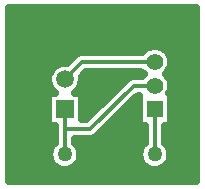
<source format=gtl>
G04 DipTrace 2.4.0.2*
%INTop.gtl*%
%MOIN*%
%ADD13C,0.013*%
%ADD14C,0.025*%
%ADD15R,0.0591X0.0591*%
%ADD16C,0.0591*%
%ADD17C,0.05*%
%ADD18C,0.05*%
%ADD19R,0.0551X0.0551*%
%ADD20C,0.0551*%
%FSLAX44Y44*%
G04*
G70*
G90*
G75*
G01*
%LNTop*%
%LPD*%
X8940Y8017D2*
D13*
X6517D1*
X5940Y7440D1*
Y4940D2*
Y5787D1*
Y6440D1*
Y5787D2*
X6787D1*
X8230Y7230D1*
X8940D1*
Y6443D2*
Y4940D1*
X4090Y9566D2*
D14*
X10292D1*
X4090Y9318D2*
X10292D1*
X4090Y9069D2*
X10292D1*
X4090Y8820D2*
X10292D1*
X4090Y8572D2*
X10292D1*
X4090Y8323D2*
X6366D1*
X9412D2*
X10292D1*
X4090Y8074D2*
X6081D1*
X9502D2*
X10292D1*
X4090Y7825D2*
X5507D1*
X9471D2*
X10292D1*
X4090Y7577D2*
X5370D1*
X6569D2*
X8499D1*
X9381D2*
X10292D1*
X4090Y7328D2*
X5366D1*
X6514D2*
X7835D1*
X9498D2*
X10292D1*
X4090Y7079D2*
X5487D1*
X6393D2*
X7589D1*
X9483D2*
X10292D1*
X4090Y6831D2*
X5354D1*
X6526D2*
X7339D1*
X9506D2*
X10292D1*
X4090Y6582D2*
X5354D1*
X6526D2*
X7089D1*
X8072D2*
X8374D1*
X9506D2*
X10292D1*
X4090Y6333D2*
X5354D1*
X6526D2*
X6843D1*
X7826D2*
X8374D1*
X9506D2*
X10292D1*
X4090Y6085D2*
X5354D1*
X7576D2*
X8374D1*
X9506D2*
X10292D1*
X4090Y5836D2*
X5585D1*
X7326D2*
X8585D1*
X9295D2*
X10292D1*
X4090Y5587D2*
X5585D1*
X7080D2*
X8585D1*
X9295D2*
X10292D1*
X4090Y5339D2*
X5585D1*
X6295D2*
X8585D1*
X9295D2*
X10292D1*
X4090Y5090D2*
X5421D1*
X6459D2*
X8421D1*
X9459D2*
X10292D1*
X4090Y4841D2*
X5409D1*
X6471D2*
X8409D1*
X9471D2*
X10292D1*
X4090Y4593D2*
X5534D1*
X6346D2*
X8534D1*
X9346D2*
X10292D1*
X4090Y4344D2*
X10292D1*
X4090Y4095D2*
X10292D1*
X5505Y7000D2*
X5595D1*
X5507Y7084D1*
X5439Y7189D1*
X5396Y7306D1*
X5380Y7430D1*
X5391Y7554D1*
X5430Y7673D1*
X5494Y7780D1*
X5581Y7870D1*
X5685Y7939D1*
X5801Y7983D1*
X5925Y8000D1*
X6022Y7992D1*
X6284Y8251D1*
X6387Y8320D1*
X6517Y8347D1*
X8513D1*
X8559Y8401D1*
X8657Y8478D1*
X8770Y8531D1*
X8893Y8556D1*
X9017Y8552D1*
X9138Y8520D1*
X9248Y8462D1*
X9341Y8379D1*
X9414Y8278D1*
X9461Y8162D1*
X9481Y8017D1*
X9466Y7894D1*
X9424Y7776D1*
X9356Y7672D1*
X9308Y7626D1*
X9414Y7490D1*
X9461Y7375D1*
X9481Y7230D1*
X9466Y7106D1*
X9422Y6986D1*
X9481Y6983D1*
Y5902D1*
X9274D1*
X9270Y5337D1*
X9334Y5272D1*
X9402Y5168D1*
X9443Y5050D1*
X9455Y4940D1*
X9440Y4816D1*
X9395Y4700D1*
X9324Y4597D1*
X9231Y4515D1*
X9120Y4458D1*
X8999Y4428D1*
X8874Y4429D1*
X8753Y4460D1*
X8643Y4519D1*
X8551Y4603D1*
X8481Y4706D1*
X8438Y4823D1*
X8425Y4947D1*
X8442Y5071D1*
X8488Y5187D1*
X8560Y5288D1*
X8611Y5331D1*
X8606Y5902D1*
X8399D1*
Y6898D1*
X8287Y6820D1*
X7021Y5554D1*
X6918Y5484D1*
X6787Y5457D1*
X6268D1*
X6270Y5338D1*
X6334Y5272D1*
X6402Y5168D1*
X6443Y5050D1*
X6455Y4940D1*
X6440Y4816D1*
X6395Y4700D1*
X6324Y4597D1*
X6231Y4515D1*
X6120Y4458D1*
X5999Y4428D1*
X5874Y4429D1*
X5753Y4460D1*
X5643Y4519D1*
X5551Y4603D1*
X5481Y4706D1*
X5438Y4823D1*
X5425Y4947D1*
X5442Y5071D1*
X5488Y5187D1*
X5560Y5288D1*
X5611Y5331D1*
X5610Y5877D1*
X5380Y5880D1*
Y7000D1*
X5505D1*
X6290D2*
X6500D1*
Y6114D1*
X6647Y6117D1*
X7997Y7463D1*
X8100Y7533D1*
X8230Y7560D1*
X8515D1*
X8568Y7621D1*
X8440Y7687D1*
X6655D1*
X6494Y7527D1*
X6500Y7440D1*
X6486Y7316D1*
X6445Y7198D1*
X6379Y7092D1*
X6288Y7002D1*
X10190Y9815D2*
X4065D1*
Y4065D1*
X10315D1*
Y9815D1*
X10190D1*
D15*
X5940Y6440D3*
D16*
Y7440D3*
D17*
Y4940D3*
D18*
X8940D3*
D19*
Y6443D3*
D20*
Y7230D3*
Y8017D3*
M02*

</source>
